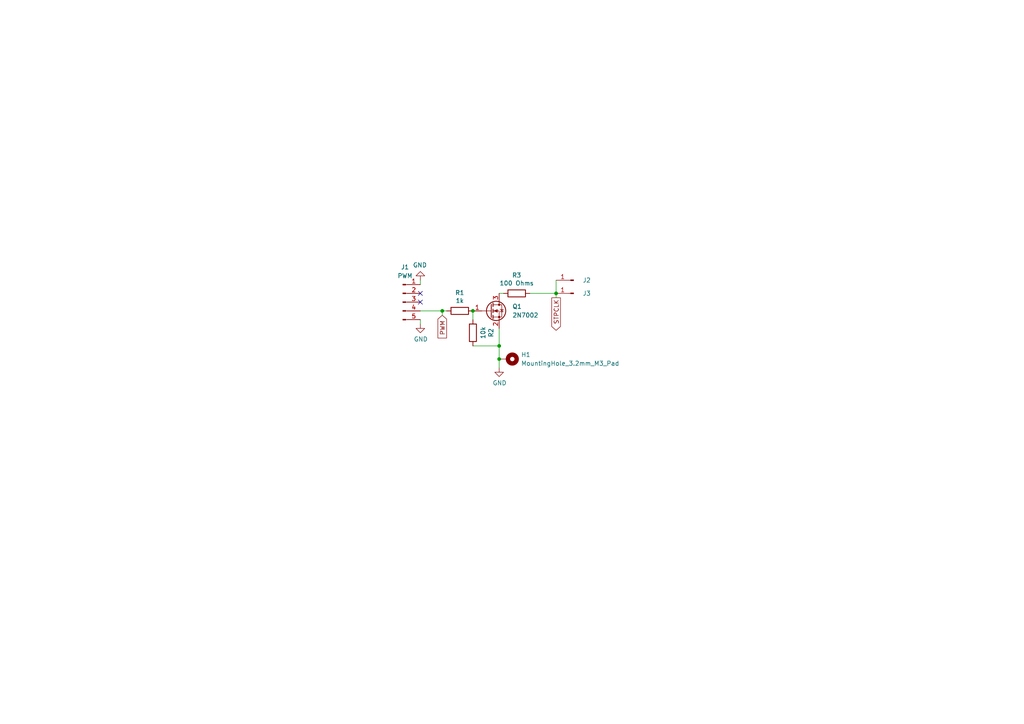
<source format=kicad_sch>
(kicad_sch (version 20231120) (generator "eeschema") (generator_version "8.0")
  (paper "A4")
  (lib_symbols
    (symbol "Connector:Conn_01x01_Pin" (pin_names (offset 1.016) hide)
      (property "Reference" "J" (at 0 2.54 0))
      (property "Value" "Conn_01x01_Pin" (at 0 -2.54 0))
      (symbol "Conn_01x01_Pin_1_1"
        (polyline (pts (xy 1.27 0) (xy 0.8636 0)) (stroke (width 0.1524)))
        (rectangle (start 0.8636 0.127) (end 0 -0.127) (stroke (width 0.1524)) (fill (type outline)))
        (pin passive line (at 5.08 0 180) (length 3.81) (name "Pin_1") (number "1"))
      )
    )
    (symbol "Connector:Conn_01x05_Pin" (pin_names (offset 1.016) hide)
      (property "Reference" "J" (at 0 7.62 0))
      (property "Value" "Conn_01x05_Pin" (at 0 -7.62 0))
      (symbol "Conn_01x05_Pin_1_1"
        (polyline (pts (xy 1.27 -5.08) (xy 0.8636 -5.08)) (stroke (width 0.1524)))
        (polyline (pts (xy 1.27 -2.54) (xy 0.8636 -2.54)) (stroke (width 0.1524)))
        (polyline (pts (xy 1.27 0) (xy 0.8636 0)) (stroke (width 0.1524)))
        (polyline (pts (xy 1.27 2.54) (xy 0.8636 2.54)) (stroke (width 0.1524)))
        (polyline (pts (xy 1.27 5.08) (xy 0.8636 5.08)) (stroke (width 0.1524)))
        (rectangle (start 0.8636 -4.953) (end 0 -5.207) (stroke (width 0.1524)) (fill (type outline)))
        (rectangle (start 0.8636 -2.413) (end 0 -2.667) (stroke (width 0.1524)) (fill (type outline)))
        (rectangle (start 0.8636 0.127) (end 0 -0.127) (stroke (width 0.1524)) (fill (type outline)))
        (rectangle (start 0.8636 2.667) (end 0 2.413) (stroke (width 0.1524)) (fill (type outline)))
        (rectangle (start 0.8636 5.207) (end 0 4.953) (stroke (width 0.1524)) (fill (type outline)))
        (pin passive line (at 5.08 5.08 180) (length 3.81) (name "Pin_1") (number "1"))
        (pin passive line (at 5.08 2.54 180) (length 3.81) (name "Pin_2") (number "2"))
        (pin passive line (at 5.08 0 180) (length 3.81) (name "Pin_3") (number "3"))
        (pin passive line (at 5.08 -2.54 180) (length 3.81) (name "Pin_4") (number "4"))
        (pin passive line (at 5.08 -5.08 180) (length 3.81) (name "Pin_5") (number "5"))
      )
    )
    (symbol "Device:R" (pin_numbers hide) (pin_names (offset 0))
      (property "Reference" "R" (at 2.032 0 90))
      (property "Value" "R" (at 0 0 90))
      (symbol "R_0_1"
        (rectangle (start -1.016 -2.54) (end 1.016 2.54) (stroke (width 0.254)))
      )
      (symbol "R_1_1"
        (pin passive line (at 0 3.81 270) (length 1.27) (name "~") (number "1"))
        (pin passive line (at 0 -3.81 90) (length 1.27) (name "~") (number "2"))
      )
    )
    (symbol "Mechanical:MountingHole_Pad" (pin_numbers hide) (pin_names (offset 1.016) hide)
      (property "Reference" "H" (at 0 6.35 0))
      (property "Value" "MountingHole_Pad" (at 0 4.445 0))
      (symbol "MountingHole_Pad_0_1"
        (circle (center 0 1.27) (radius 1.27) (stroke (width 1.27)))
      )
      (symbol "MountingHole_Pad_1_1"
        (pin input line (at 0 -2.54 90) (length 2.54) (name "1") (number "1"))
      )
    )
    (symbol "Transistor_FET:2N7002" (pin_names hide)
      (property "Reference" "Q" (at 5.08 1.905 0))
      (property "Value" "2N7002" (at 5.08 0 0))
      (symbol "2N7002_0_1"
        (polyline (pts (xy 0.254 0) (xy -2.54 0)))
        (polyline (pts (xy 0.254 1.905) (xy 0.254 -1.905)) (stroke (width 0.254)))
        (polyline (pts (xy 0.762 -1.27) (xy 0.762 -2.286)) (stroke (width 0.254)))
        (polyline (pts (xy 0.762 0.508) (xy 0.762 -0.508)) (stroke (width 0.254)))
        (polyline (pts (xy 0.762 2.286) (xy 0.762 1.27)) (stroke (width 0.254)))
        (polyline (pts (xy 2.54 2.54) (xy 2.54 1.778)))
        (polyline (pts (xy 2.54 -2.54) (xy 2.54 0) (xy 0.762 0)))
        (polyline (pts (xy 0.762 -1.778) (xy 3.302 -1.778) (xy 3.302 1.778) (xy 0.762 1.778)))
        (polyline (pts (xy 1.016 0) (xy 2.032 0.381) (xy 2.032 -0.381) (xy 1.016 0)) (fill (type outline)))
        (polyline (pts (xy 2.794 0.508) (xy 2.921 0.381) (xy 3.683 0.381) (xy 3.81 0.254)))
        (polyline (pts (xy 3.302 0.381) (xy 2.921 -0.254) (xy 3.683 -0.254) (xy 3.302 0.381)))
        (circle (center 1.651 0) (radius 2.794) (stroke (width 0.254)))
        (circle (center 2.54 -1.778) (radius 0.254) (fill (type outline)))
        (circle (center 2.54 1.778) (radius 0.254) (fill (type outline)))
      )
      (symbol "2N7002_1_1"
        (pin input line (at -5.08 0 0) (length 2.54) (name "G") (number "1"))
        (pin passive line (at 2.54 -5.08 90) (length 2.54) (name "S") (number "2"))
        (pin passive line (at 2.54 5.08 270) (length 2.54) (name "D") (number "3"))
      )
    )
    (symbol "power:GND" (power) (pin_names (offset 0))
      (property "Value" "GND" (at 0 -3.81 0))
      (symbol "GND_0_1"
        (polyline (pts (xy 0 0) (xy 0 -1.27) (xy 1.27 -1.27) (xy 0 -2.54) (xy -1.27 -1.27) (xy 0 -1.27)))
      )
      (symbol "GND_1_1"
        (pin power_in line (at 0 0 270) (length 0) hide (name "GND") (number "1"))
      )
    )
  )
  (junction (at 144.78 104.14))
  (junction (at 161.29 85.09))
  (junction (at 137.16 90.17))
  (junction (at 144.78 100.33))
  (junction (at 128.27 90.17))
  (no_connect (at 121.92 87.63))
  (no_connect (at 121.92 85.09))
  (wire (pts (xy 121.92 90.17) (xy 128.27 90.17)))
  (wire (pts (xy 128.27 90.17) (xy 129.54 90.17)))
  (wire (pts (xy 161.29 85.09) (xy 161.29 86.36)))
  (wire (pts (xy 137.16 92.71) (xy 137.16 90.17)))
  (wire (pts (xy 121.92 81.28) (xy 121.92 82.55)))
  (wire (pts (xy 137.16 100.33) (xy 144.78 100.33)))
  (wire (pts (xy 128.27 91.44) (xy 128.27 90.17)))
  (wire (pts (xy 144.78 104.14) (xy 144.78 106.68)))
  (wire (pts (xy 144.78 95.25) (xy 144.78 100.33)))
  (wire (pts (xy 144.78 85.09) (xy 146.05 85.09)))
  (wire (pts (xy 144.78 104.14) (xy 144.78 100.33)))
  (wire (pts (xy 121.92 93.98) (xy 121.92 92.71)))
  (wire (pts (xy 153.67 85.09) (xy 161.29 85.09)))
  (wire (pts (xy 161.29 81.28) (xy 161.29 85.09)))
  (global_label "STPCLK" (shape output) (at 161.29 86.36 270) (property "Intersheetrefs" "${INTERSHEET_REFS}" (effects (hide yes))))
  (global_label "PWM" (shape input) (at 128.27 91.44 270) (property "Intersheetrefs" "${INTERSHEET_REFS}" (effects (hide yes))))
  (symbol (lib_id "Connector:Conn_01x05_Pin") (at 116.84 87.63 0) (unit 1)
    (property "Reference" "J1" (at 117.475 77.47 0))
    (property "Value" "PWM" (at 117.475 80.01 0))
    (property "Footprint" "Connector_PinSocket_2.54mm:PinSocket_1x05_P2.54mm_Vertical" (effects (hide yes)))
    (property "Description" "Generic connector, single row, 01x05, script generated" (effects (hide yes)))
  )
  (symbol (lib_id "power:GND") (at 121.92 81.28 180) (unit 1)
    (property "Reference" "#PWR03" (effects (hide yes)))
    (property "Value" "GND" (at 121.793 76.8858 0))
  )
  (symbol (lib_id "Connector:Conn_01x01_Pin") (at 166.37 81.28 180) (unit 1)
    (property "Reference" "J2" (at 170.18 81.28 0))
    (property "Value" "STPCLK" (effects (hide yes)))
    (property "Footprint" "Connector_PinHeader_2.54mm:PinHeader_1x01_P2.54mm_Horizontal" (effects (hide yes)))
  )
  (symbol (lib_id "Mechanical:MountingHole_Pad") (at 147.32 104.14 270) (unit 1) (in_bom no)
    (property "Reference" "H1" (at 151.13 102.8699 90) (effects (justify left)))
    (property "Value" "MountingHole_3.2mm_M3_Pad" (at 151.13 105.4099 90) (effects (justify left)))
    (property "Footprint" "MountingHole:MountingHole_3.2mm_M3_Pad" (effects (hide yes)))
  )
  (symbol (lib_id "Device:R") (at 137.16 96.52 0) (unit 1)
    (property "Reference" "R2" (at 142.4178 96.52 90))
    (property "Value" "10k" (at 140.1064 96.52 90))
    (property "Footprint" "Resistor_SMD:R_0805_2012Metric" (effects (hide yes)))
  )
  (symbol (lib_id "Device:R") (at 133.35 90.17 90) (unit 1)
    (property "Reference" "R1" (at 133.35 84.9122 90))
    (property "Value" "1k" (at 133.35 87.2236 90))
    (property "Footprint" "Resistor_SMD:R_0805_2012Metric" (effects (hide yes)))
  )
  (symbol (lib_id "Device:R") (at 149.86 85.09 270) (unit 1)
    (property "Reference" "R3" (at 149.86 79.8322 90))
    (property "Value" "100 Ohms" (at 149.86 82.1436 90))
    (property "Footprint" "Resistor_SMD:R_0805_2012Metric" (effects (hide yes)))
  )
  (symbol (lib_id "power:GND") (at 121.92 93.98 0) (unit 1)
    (property "Reference" "#PWR02" (effects (hide yes)))
    (property "Value" "GND" (at 122.047 98.3742 0))
  )
  (symbol (lib_id "power:GND") (at 144.78 106.68 0) (unit 1)
    (property "Reference" "#PWR01" (effects (hide yes)))
    (property "Value" "GND" (at 144.907 111.0742 0))
  )
  (symbol (lib_id "Connector:Conn_01x01_Pin") (at 166.37 85.09 180) (unit 1)
    (property "Reference" "J3" (at 170.18 85.09 0))
    (property "Value" "STPCLK" (effects (hide yes)))
    (property "Footprint" "Connector_PinHeader_2.54mm:PinHeader_1x01_P2.54mm_Horizontal" (effects (hide yes)))
  )
  (symbol (lib_id "Transistor_FET:2N7002") (at 142.24 90.17 0) (unit 1)
    (property "Reference" "Q1" (at 148.59 88.8999 0) (effects (justify left)))
    (property "Value" "2N7002" (at 148.59 91.4399 0) (effects (justify left)))
    (property "Footprint" "Package_TO_SOT_SMD:SOT-23" (effects (hide yes)))
    (property "Datasheet" "https://www.onsemi.com/pub/Collateral/NDS7002A-D.PDF" (effects (hide yes)))
    (property "Description" "0.115A Id, 60V Vds, N-Channel MOSFET, SOT-23" (effects (hide yes)))
  )
)
</source>
